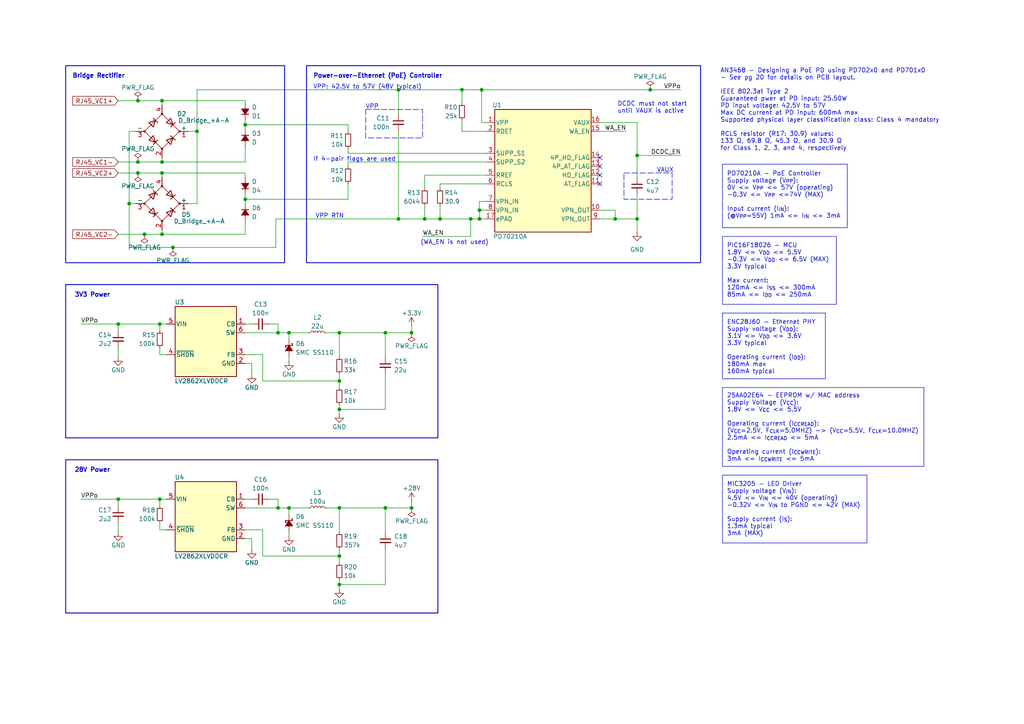
<source format=kicad_sch>
(kicad_sch (version 20230121) (generator eeschema)
  (paper "A4")
  (title_block (title "Photogrammetry Rig - LED Driver") (date "2023-08-02") (rev "0.1.0"))
  (lib_symbols
    (symbol "Device:C_Small" (pin_numbers hide) (pin_names (offset 0.254) hide)
      (property "Reference" "C" (at 0.254 1.778 0))
      (property "Value" "C_Small" (at 0.254 -2.032 0))
      (symbol "C_Small_0_1"
        (polyline (pts (xy -1.524 -0.508) (xy 1.524 -0.508)) (stroke (width 0.3302)))
        (polyline (pts (xy -1.524 0.508) (xy 1.524 0.508)) (stroke (width 0.3048)))
      )
      (symbol "C_Small_1_1"
        (pin passive line (at 0 2.54 270) (length 2.032) (name "~") (number "1"))
        (pin passive line (at 0 -2.54 90) (length 2.032) (name "~") (number "2"))
      )
    )
    (symbol "Device:D_Bridge_+A-A" (pin_names (offset 0))
      (property "Reference" "D" (at 2.54 6.985 0))
      (property "Value" "D_Bridge_+A-A" (at 2.54 5.08 0))
      (symbol "D_Bridge_+A-A_0_1"
        (circle (center -5.08 0) (radius 0.254) (fill (type outline)))
        (circle (center 0 -5.08) (radius 0.254) (fill (type outline)))
        (polyline (pts (xy -2.54 3.81) (xy -1.27 2.54)) (stroke (width 0.254)))
        (polyline (pts (xy -1.27 -2.54) (xy -2.54 -3.81)) (stroke (width 0.254)))
        (polyline (pts (xy 2.54 -1.27) (xy 3.81 -2.54)) (stroke (width 0.254)))
        (polyline (pts (xy 2.54 1.27) (xy 3.81 2.54)) (stroke (width 0.254)))
        (polyline (pts (xy -3.81 2.54) (xy -2.54 1.27) (xy -1.905 3.175) (xy -3.81 2.54)) (stroke (width 0.254)))
        (polyline (pts (xy -2.54 -1.27) (xy -3.81 -2.54) (xy -1.905 -3.175) (xy -2.54 -1.27)) (stroke (width 0.254)))
        (polyline (pts (xy 1.27 2.54) (xy 2.54 3.81) (xy 3.175 1.905) (xy 1.27 2.54)) (stroke (width 0.254)))
        (polyline (pts (xy 3.175 -1.905) (xy 1.27 -2.54) (xy 2.54 -3.81) (xy 3.175 -1.905)) (stroke (width 0.254)))
        (polyline (pts (xy -5.08 0) (xy 0 -5.08) (xy 5.08 0) (xy 0 5.08) (xy -5.08 0)))
        (circle (center 0 5.08) (radius 0.254) (fill (type outline)))
        (circle (center 5.08 0) (radius 0.254) (fill (type outline)))
      )
      (symbol "D_Bridge_+A-A_1_1"
        (pin passive line (at 7.62 0 180) (length 2.54) (name "+") (number "1"))
        (pin passive line (at 0 -7.62 90) (length 2.54) (name "~") (number "2"))
        (pin passive line (at -7.62 0 0) (length 2.54) (name "-") (number "3"))
        (pin passive line (at 0 7.62 270) (length 2.54) (name "~") (number "4"))
      )
    )
    (symbol "Device:D_Schottky_Small_Filled" (pin_numbers hide) (pin_names (offset 0.254) hide)
      (property "Reference" "D" (at -1.27 2.032 0))
      (property "Value" "D_Schottky_Small_Filled" (at -7.112 -2.032 0))
      (symbol "D_Schottky_Small_Filled_0_1"
        (polyline (pts (xy -0.762 0) (xy 0.762 0)))
        (polyline (pts (xy 0.762 -1.016) (xy -0.762 0) (xy 0.762 1.016) (xy 0.762 -1.016)) (stroke (width 0.254)) (fill (type outline)))
        (polyline (pts (xy -1.27 0.762) (xy -1.27 1.016) (xy -0.762 1.016) (xy -0.762 -1.016) (xy -0.254 -1.016) (xy -0.254 -0.762)) (stroke (width 0.254)))
      )
      (symbol "D_Schottky_Small_Filled_1_1"
        (pin passive line (at -2.54 0 0) (length 1.778) (name "K") (number "1"))
        (pin passive line (at 2.54 0 180) (length 1.778) (name "A") (number "2"))
      )
    )
    (symbol "Device:D_Small_Filled" (pin_numbers hide) (pin_names (offset 0.254) hide)
      (property "Reference" "D" (at -1.27 2.032 0))
      (property "Value" "D_Small_Filled" (at -3.81 -2.032 0))
      (symbol "D_Small_Filled_0_1"
        (polyline (pts (xy -0.762 -1.016) (xy -0.762 1.016)) (stroke (width 0.254)))
        (polyline (pts (xy -0.762 0) (xy 0.762 0)))
        (polyline (pts (xy 0.762 -1.016) (xy -0.762 0) (xy 0.762 1.016) (xy 0.762 -1.016)) (stroke (width 0.254)) (fill (type outline)))
      )
      (symbol "D_Small_Filled_1_1"
        (pin passive line (at -2.54 0 0) (length 1.778) (name "K") (number "1"))
        (pin passive line (at 2.54 0 180) (length 1.778) (name "A") (number "2"))
      )
    )
    (symbol "Device:L_Small" (pin_numbers hide) (pin_names (offset 0.254) hide)
      (property "Reference" "L" (at 0.762 1.016 0))
      (property "Value" "L_Small" (at 0.762 -1.016 0))
      (symbol "L_Small_0_1"
        (arc (start 0 -2.032) (mid 0.5058 -1.524) (end 0 -1.016))
        (arc (start 0 -1.016) (mid 0.5058 -0.508) (end 0 0))
        (arc (start 0 0) (mid 0.5058 0.508) (end 0 1.016))
        (arc (start 0 1.016) (mid 0.5058 1.524) (end 0 2.032))
      )
      (symbol "L_Small_1_1"
        (pin passive line (at 0 2.54 270) (length 0.508) (name "~") (number "1"))
        (pin passive line (at 0 -2.54 90) (length 0.508) (name "~") (number "2"))
      )
    )
    (symbol "Device:R_Small" (pin_numbers hide) (pin_names (offset 0.254) hide)
      (property "Reference" "R" (at 0.762 0.508 0))
      (property "Value" "R_Small" (at 0.762 -1.016 0))
      (symbol "R_Small_0_1"
        (rectangle (start -0.762 1.778) (end 0.762 -1.778) (stroke (width 0.2032)))
      )
      (symbol "R_Small_1_1"
        (pin passive line (at 0 2.54 270) (length 0.762) (name "~") (number "1"))
        (pin passive line (at 0 -2.54 90) (length 0.762) (name "~") (number "2"))
      )
    )
    (symbol "Interface_PoE_Microchip_PD70210A:PD70210A" (pin_names (offset 0.254))
      (property "Reference" "U" (at 0 22.86 0))
      (property "Value" "PD70210A" (at 0 20.32 0))
      (symbol "PD70210A_1_1"
        (rectangle (start -13.97 17.78) (end 13.97 -17.78) (stroke (width 0.254)) (fill (type background)))
        (pin power_in line (at -16.51 13.97 0) (length 2.54) (name "VPP") (number "1"))
        (pin power_in line (at 16.51 -11.43 180) (length 2.54) (name "VPN_OUT") (number "10"))
        (pin output line (at 16.51 -3.81 180) (length 2.54) (name "AT_FLAG") (number "11"))
        (pin output line (at 16.51 -1.27 180) (length 2.54) (name "HD_FLAG") (number "12"))
        (pin output line (at 16.51 1.27 180) (length 2.54) (name "4P_AT_FLAG") (number "13"))
        (pin output line (at 16.51 3.81 180) (length 2.54) (name "4P_HD_FLAG") (number "14"))
        (pin input line (at 16.51 11.43 180) (length 2.54) (name "WA_EN") (number "15"))
        (pin power_in line (at 16.51 13.97 180) (length 2.54) (name "VAUX") (number "16"))
        (pin power_in line (at -16.51 -13.97 0) (length 2.54) (name "ePAD") (number "17"))
        (pin unspecified line (at -16.51 11.43 0) (length 2.54) (name "RDET") (number "2"))
        (pin input line (at -16.51 5.08 0) (length 2.54) (name "SUPP_S1") (number "3"))
        (pin input line (at -16.51 2.54 0) (length 2.54) (name "SUPP_S2") (number "4"))
        (pin unspecified line (at -16.51 -1.27 0) (length 2.54) (name "RREF") (number "5"))
        (pin unspecified line (at -16.51 -3.81 0) (length 2.54) (name "RCLS") (number "6"))
        (pin power_in line (at -16.51 -8.89 0) (length 2.54) (name "VPN_IN") (number "7"))
        (pin power_in line (at -16.51 -11.43 0) (length 2.54) (name "VPN_IN") (number "8"))
        (pin power_in line (at 16.51 -13.97 180) (length 2.54) (name "VPN_OUT") (number "9"))
      )
    )
    (symbol "Regulator_Voltage_TI_LV2862XLVDDCR:LV2862XLVDDCR" (pin_names (offset 0.254))
      (property "Reference" "U" (at 0 13.97 0))
      (property "Value" "LV2862XLVDDCR" (at 0 11.43 0))
      (symbol "LV2862XLVDDCR_1_1"
        (rectangle (start -8.89 10.16) (end 8.89 -10.16) (stroke (width 0.254)) (fill (type background)))
        (pin unspecified line (at 11.43 5.08 180) (length 2.54) (name "CB") (number "1"))
        (pin power_in line (at 11.43 -6.35 180) (length 2.54) (name "GND") (number "2"))
        (pin unspecified line (at 11.43 -3.81 180) (length 2.54) (name "FB") (number "3"))
        (pin input line (at -11.43 -3.81 0) (length 2.54) (name "~{SHDN}") (number "4"))
        (pin power_in line (at -11.43 5.08 0) (length 2.54) (name "VIN") (number "5"))
        (pin unspecified line (at 11.43 2.54 180) (length 2.54) (name "SW") (number "6"))
      )
    )
    (symbol "power:+28V" (power) (pin_names (offset 0))
      (property "Value" "+28V" (at 0 3.81 0))
      (symbol "+28V_0_1"
        (polyline (pts (xy -0.762 1.27) (xy 0 2.54)))
        (polyline (pts (xy 0 0) (xy 0 2.54)))
        (polyline (pts (xy 0 2.54) (xy 0.762 1.27)))
      )
      (symbol "+28V_1_1"
        (pin power_in line (at 0 0 90) (length 0) hide (name "+28V") (number "1"))
      )
    )
    (symbol "power:+3.3V" (power) (pin_names (offset 0))
      (property "Value" "+3.3V" (at 0 3.556 0))
      (symbol "+3.3V_0_1"
        (polyline (pts (xy -0.762 1.27) (xy 0 2.54)))
        (polyline (pts (xy 0 0) (xy 0 2.54)))
        (polyline (pts (xy 0 2.54) (xy 0.762 1.27)))
      )
      (symbol "+3.3V_1_1"
        (pin power_in line (at 0 0 90) (length 0) hide (name "+3.3V") (number "1"))
      )
    )
    (symbol "power:GND" (power) (pin_names (offset 0))
      (property "Value" "GND" (at 0 -3.81 0))
      (symbol "GND_0_1"
        (polyline (pts (xy 0 0) (xy 0 -1.27) (xy 1.27 -1.27) (xy 0 -2.54) (xy -1.27 -1.27) (xy 0 -1.27)))
      )
      (symbol "GND_1_1"
        (pin power_in line (at 0 0 270) (length 0) hide (name "GND") (number "1"))
      )
    )
    (symbol "power:PWR_FLAG" (power) (pin_numbers hide) (pin_names (offset 0) hide)
      (property "Value" "PWR_FLAG" (at 0 3.81 0))
      (symbol "PWR_FLAG_0_0"
        (pin power_out line (at 0 0 90) (length 0) (name "pwr") (number "1"))
      )
      (symbol "PWR_FLAG_0_1"
        (polyline (pts (xy 0 0) (xy 0 1.27) (xy -1.016 1.905) (xy 0 2.54) (xy 1.016 1.905) (xy 0 1.27)))
      )
    )
  )
  (junction (at 98.425 147.32))
  (junction (at 46.355 93.98))
  (junction (at 188.595 26.035))
  (junction (at 57.15 38.1))
  (junction (at 139.7 26.035))
  (junction (at 98.425 169.545))
  (junction (at 46.99 50.165))
  (junction (at 115.57 26.035))
  (junction (at 46.99 29.21))
  (junction (at 178.435 63.5))
  (junction (at 111.76 96.52))
  (junction (at 139.065 63.5))
  (junction (at 83.82 96.52))
  (junction (at 80.645 147.32))
  (junction (at 98.425 161.29))
  (junction (at 37.465 59.055))
  (junction (at 98.425 96.52))
  (junction (at 98.425 110.49))
  (junction (at 40.005 29.21))
  (junction (at 184.785 63.5))
  (junction (at 127.635 63.5))
  (junction (at 139.065 60.96))
  (junction (at 83.82 147.32))
  (junction (at 119.38 96.52))
  (junction (at 34.29 144.78))
  (junction (at 98.425 118.745))
  (junction (at 136.525 63.5))
  (junction (at 46.355 144.78))
  (junction (at 34.29 93.98))
  (junction (at 115.57 63.5))
  (junction (at 71.12 57.785))
  (junction (at 71.12 36.195))
  (junction (at 41.91 67.945))
  (junction (at 123.19 63.5))
  (junction (at 50.165 71.755))
  (junction (at 111.76 147.32))
  (junction (at 46.99 67.945))
  (junction (at 184.785 45.085))
  (junction (at 40.005 46.99))
  (junction (at 80.645 96.52))
  (junction (at 40.005 50.165))
  (junction (at 119.38 147.32))
  (junction (at 133.985 26.035))
  (junction (at 46.99 46.99))
  (no_connect (at 173.99 53.34))
  (no_connect (at 173.99 50.8))
  (no_connect (at 173.99 48.26))
  (no_connect (at 173.99 45.72))
  (wire (pts (xy 46.355 100.965) (xy 46.355 102.87)))
  (wire (pts (xy 111.76 169.545) (xy 98.425 169.545)))
  (wire (pts (xy 37.465 59.055) (xy 39.37 59.055)))
  (wire (pts (xy 83.82 147.32) (xy 83.82 149.225)))
  (wire (pts (xy 127.635 54.61) (xy 127.635 53.34)))
  (wire (pts (xy 34.29 100.965) (xy 34.29 103.505)))
  (wire (pts (xy 119.38 147.32) (xy 111.76 147.32)))
  (wire (pts (xy 57.15 26.035) (xy 115.57 26.035)))
  (wire (pts (xy 71.12 64.135) (xy 71.12 67.945)))
  (wire (pts (xy 71.12 51.435) (xy 71.12 50.165)))
  (wire (pts (xy 123.19 50.8) (xy 140.97 50.8)))
  (wire (pts (xy 37.465 38.1) (xy 37.465 59.055)))
  (wire (pts (xy 119.38 145.415) (xy 119.38 147.32)))
  (wire (pts (xy 46.99 67.945) (xy 71.12 67.945)))
  (wire (pts (xy 133.985 38.1) (xy 140.97 38.1)))
  (wire (pts (xy 111.76 108.585) (xy 111.76 118.745)))
  (wire (pts (xy 78.105 144.78) (xy 80.645 144.78)))
  (wire (pts (xy 71.12 57.785) (xy 100.965 57.785)))
  (wire (pts (xy 127.635 59.69) (xy 127.635 63.5)))
  (wire (pts (xy 98.425 103.505) (xy 98.425 96.52)))
  (wire (pts (xy 76.2 102.87) (xy 76.2 110.49)))
  (wire (pts (xy 123.19 59.69) (xy 123.19 63.5)))
  (wire (pts (xy 46.99 50.165) (xy 71.12 50.165)))
  (wire (pts (xy 139.065 58.42) (xy 139.065 60.96)))
  (wire (pts (xy 76.2 102.87) (xy 71.12 102.87)))
  (wire (pts (xy 133.985 26.035) (xy 133.985 29.845)))
  (wire (pts (xy 133.985 34.925) (xy 133.985 38.1)))
  (wire (pts (xy 71.12 144.78) (xy 73.025 144.78)))
  (wire (pts (xy 78.105 93.98) (xy 80.645 93.98)))
  (wire (pts (xy 184.785 45.085) (xy 197.485 45.085)))
  (wire (pts (xy 98.425 154.305) (xy 98.425 147.32)))
  (wire (pts (xy 40.005 46.99) (xy 46.99 46.99)))
  (wire (pts (xy 80.01 63.5) (xy 115.57 63.5)))
  (wire (pts (xy 50.165 71.755) (xy 80.01 71.755)))
  (wire (pts (xy 184.785 56.515) (xy 184.785 63.5)))
  (wire (pts (xy 71.12 37.465) (xy 71.12 36.195)))
  (wire (pts (xy 76.2 110.49) (xy 98.425 110.49)))
  (wire (pts (xy 83.82 96.52) (xy 89.535 96.52)))
  (wire (pts (xy 34.29 151.765) (xy 34.29 154.305)))
  (wire (pts (xy 184.785 67.31) (xy 184.785 63.5)))
  (wire (pts (xy 46.99 30.48) (xy 46.99 29.21)))
  (wire (pts (xy 57.15 26.035) (xy 57.15 38.1)))
  (wire (pts (xy 46.99 66.675) (xy 46.99 67.945)))
  (wire (pts (xy 73.025 108.585) (xy 73.025 105.41)))
  (wire (pts (xy 46.355 144.78) (xy 48.26 144.78)))
  (wire (pts (xy 23.495 144.78) (xy 34.29 144.78)))
  (wire (pts (xy 46.355 151.765) (xy 46.355 153.67)))
  (wire (pts (xy 37.465 71.755) (xy 37.465 59.055)))
  (wire (pts (xy 71.12 34.925) (xy 71.12 36.195)))
  (wire (pts (xy 115.57 26.035) (xy 115.57 33.02)))
  (wire (pts (xy 76.2 153.67) (xy 71.12 153.67)))
  (wire (pts (xy 46.355 144.78) (xy 46.355 146.685)))
  (wire (pts (xy 73.025 159.385) (xy 73.025 156.21)))
  (wire (pts (xy 100.965 46.99) (xy 140.97 46.99)))
  (wire (pts (xy 100.965 44.45) (xy 140.97 44.45)))
  (wire (pts (xy 127.635 63.5) (xy 136.525 63.5)))
  (wire (pts (xy 173.99 63.5) (xy 178.435 63.5)))
  (wire (pts (xy 98.425 159.385) (xy 98.425 161.29)))
  (wire (pts (xy 40.005 29.21) (xy 46.99 29.21)))
  (wire (pts (xy 46.99 50.165) (xy 46.99 51.435)))
  (wire (pts (xy 34.29 93.98) (xy 34.29 95.885)))
  (wire (pts (xy 71.12 36.195) (xy 100.965 36.195)))
  (wire (pts (xy 34.29 46.99) (xy 40.005 46.99)))
  (wire (pts (xy 173.99 38.1) (xy 181.61 38.1)))
  (wire (pts (xy 98.425 169.545) (xy 98.425 170.815)))
  (wire (pts (xy 115.57 63.5) (xy 123.19 63.5)))
  (wire (pts (xy 80.645 96.52) (xy 83.82 96.52)))
  (wire (pts (xy 184.785 35.56) (xy 173.99 35.56)))
  (wire (pts (xy 83.82 154.305) (xy 83.82 155.575)))
  (wire (pts (xy 98.425 168.275) (xy 98.425 169.545)))
  (wire (pts (xy 40.005 50.165) (xy 46.99 50.165)))
  (wire (pts (xy 71.12 56.515) (xy 71.12 57.785)))
  (wire (pts (xy 98.425 118.745) (xy 98.425 120.015)))
  (wire (pts (xy 98.425 147.32) (xy 94.615 147.32)))
  (wire (pts (xy 178.435 63.5) (xy 184.785 63.5)))
  (wire (pts (xy 46.99 46.99) (xy 71.12 46.99)))
  (wire (pts (xy 98.425 108.585) (xy 98.425 110.49)))
  (wire (pts (xy 184.785 45.085) (xy 184.785 51.435)))
  (wire (pts (xy 119.38 96.52) (xy 111.76 96.52)))
  (wire (pts (xy 178.435 63.5) (xy 178.435 60.96)))
  (wire (pts (xy 46.355 93.98) (xy 46.355 95.885)))
  (wire (pts (xy 136.525 68.58) (xy 136.525 63.5)))
  (wire (pts (xy 178.435 60.96) (xy 173.99 60.96)))
  (wire (pts (xy 111.76 154.305) (xy 111.76 147.32)))
  (wire (pts (xy 80.645 147.32) (xy 83.82 147.32)))
  (wire (pts (xy 100.965 43.18) (xy 100.965 44.45)))
  (wire (pts (xy 57.15 38.1) (xy 57.15 59.055)))
  (wire (pts (xy 127.635 53.34) (xy 140.97 53.34)))
  (wire (pts (xy 23.495 93.98) (xy 34.29 93.98)))
  (wire (pts (xy 34.29 29.21) (xy 40.005 29.21)))
  (wire (pts (xy 34.29 144.78) (xy 34.29 146.685)))
  (wire (pts (xy 46.355 93.98) (xy 48.26 93.98)))
  (wire (pts (xy 123.19 63.5) (xy 127.635 63.5)))
  (wire (pts (xy 98.425 117.475) (xy 98.425 118.745)))
  (wire (pts (xy 73.025 156.21) (xy 71.12 156.21)))
  (wire (pts (xy 54.61 59.055) (xy 57.15 59.055)))
  (wire (pts (xy 140.97 58.42) (xy 139.065 58.42)))
  (wire (pts (xy 39.37 38.1) (xy 37.465 38.1)))
  (wire (pts (xy 98.425 161.29) (xy 98.425 163.195)))
  (wire (pts (xy 76.2 153.67) (xy 76.2 161.29)))
  (wire (pts (xy 111.76 103.505) (xy 111.76 96.52)))
  (wire (pts (xy 80.645 93.98) (xy 80.645 96.52)))
  (wire (pts (xy 122.555 68.58) (xy 136.525 68.58)))
  (wire (pts (xy 111.76 118.745) (xy 98.425 118.745)))
  (wire (pts (xy 34.29 50.165) (xy 40.005 50.165)))
  (wire (pts (xy 83.82 147.32) (xy 89.535 147.32)))
  (wire (pts (xy 83.82 96.52) (xy 83.82 98.425)))
  (wire (pts (xy 139.7 26.035) (xy 188.595 26.035)))
  (wire (pts (xy 80.645 144.78) (xy 80.645 147.32)))
  (wire (pts (xy 71.12 96.52) (xy 80.645 96.52)))
  (wire (pts (xy 46.355 102.87) (xy 48.26 102.87)))
  (wire (pts (xy 115.57 38.1) (xy 115.57 63.5)))
  (wire (pts (xy 100.965 36.195) (xy 100.965 38.1)))
  (wire (pts (xy 76.2 161.29) (xy 98.425 161.29)))
  (wire (pts (xy 111.76 159.385) (xy 111.76 169.545)))
  (wire (pts (xy 123.19 54.61) (xy 123.19 50.8)))
  (wire (pts (xy 98.425 110.49) (xy 98.425 112.395)))
  (wire (pts (xy 100.965 57.785) (xy 100.965 53.34)))
  (wire (pts (xy 73.025 105.41) (xy 71.12 105.41)))
  (wire (pts (xy 71.12 147.32) (xy 80.645 147.32)))
  (wire (pts (xy 139.7 26.035) (xy 139.7 35.56)))
  (wire (pts (xy 34.29 67.945) (xy 41.91 67.945)))
  (wire (pts (xy 83.82 103.505) (xy 83.82 104.775)))
  (wire (pts (xy 34.29 93.98) (xy 46.355 93.98)))
  (wire (pts (xy 139.065 63.5) (xy 140.97 63.5)))
  (wire (pts (xy 71.12 29.845) (xy 71.12 29.21)))
  (wire (pts (xy 46.99 29.21) (xy 71.12 29.21)))
  (wire (pts (xy 34.29 144.78) (xy 46.355 144.78)))
  (wire (pts (xy 57.15 38.1) (xy 54.61 38.1)))
  (wire (pts (xy 115.57 26.035) (xy 133.985 26.035)))
  (wire (pts (xy 46.355 153.67) (xy 48.26 153.67)))
  (wire (pts (xy 41.91 67.945) (xy 46.99 67.945)))
  (wire (pts (xy 119.38 94.615) (xy 119.38 96.52)))
  (wire (pts (xy 98.425 96.52) (xy 111.76 96.52)))
  (wire (pts (xy 80.01 71.755) (xy 80.01 63.5)))
  (wire (pts (xy 139.065 60.96) (xy 139.065 63.5)))
  (wire (pts (xy 37.465 71.755) (xy 50.165 71.755)))
  (wire (pts (xy 136.525 63.5) (xy 139.065 63.5)))
  (wire (pts (xy 100.965 48.26) (xy 100.965 46.99)))
  (wire (pts (xy 71.12 57.785) (xy 71.12 59.055)))
  (wire (pts (xy 111.76 147.32) (xy 98.425 147.32)))
  (wire (pts (xy 139.065 60.96) (xy 140.97 60.96)))
  (wire (pts (xy 46.99 45.72) (xy 46.99 46.99)))
  (wire (pts (xy 98.425 96.52) (xy 94.615 96.52)))
  (wire (pts (xy 188.595 26.035) (xy 197.485 26.035)))
  (wire (pts (xy 71.12 93.98) (xy 73.025 93.98)))
  (wire (pts (xy 71.12 42.545) (xy 71.12 46.99)))
  (wire (pts (xy 139.7 35.56) (xy 140.97 35.56)))
  (wire (pts (xy 184.785 45.085) (xy 184.785 35.56)))
  (wire (pts (xy 133.985 26.035) (xy 139.7 26.035)))
  (rectangle (start 19.05 19.05) (end 82.55 76.2) (stroke (width 0.254)))
  (rectangle (start 209.55 137.795) (end 251.46 157.48))
  (rectangle (start 106.045 31.75) (end 122.555 40.005) (stroke (width 0) (type dash)))
  (rectangle (start 180.975 50.165) (end 194.945 57.785) (stroke (width 0) (type dash)))
  (rectangle (start 209.55 112.395) (end 267.97 135.255))
  (rectangle (start 19.05 82.55) (end 127 127) (stroke (width 0.254)))
  (rectangle (start 209.55 47.625) (end 245.745 66.04))
  (rectangle (start 19.05 133.35) (end 127 177.8) (stroke (width 0.254)))
  (rectangle (start 209.55 90.805) (end 239.395 109.855))
  (rectangle (start 209.55 68.58) (end 242.57 88.265))
  (rectangle (start 88.9 19.05) (end 203.2 76.2) (stroke (width 0.254)))
  (text "PD70210A - PoE Controller\nSupply voltage (V_{PP}):\n0V <= V_{PP} <= 57V (operating)\n-0.3V <= V_{PP} <=74V (MAX)\n\nInput current (I_{IN}):\n(@V_{PP}=55V) 1mA <= I_{IN} <= 3mA" (at 210.82 63.5 0) (effects (font (size 1.27 1.27)) (justify left bottom)))
  (text "28V Power" (at 21.59 137.16 0) (effects (font (size 1.27 1.27) (thickness 0.254) bold) (justify left bottom)))
  (text "AN3468 - Designing a PoE PD using PD702x0 and PD701x0\n- See pg 20 for details on PCB layout.\n\nIEEE 802.3at Type 2\nGuaranteed pwer at PD input: 25.50W\nPD input voltage: 42.5V to 57V\nMax DC current at PD input: 600mA max\nSupported physical layer classification class: Class 4 mandatory\n\nRCLS resistor (R17: ${767cd28d-739f-4f67-9bf1-3f1f92823cb1:VALUE}) values:\n133 Ω, 69.8 Ω, 45.3 Ω, and 30.9 Ω\nfor Class 1, 2, 3, and 4, respectively" (at 208.915 43.815 0) (effects (font (size 1.27 1.27)) (justify left bottom)))
  (text "If 4-pair flags are used" (at 90.805 46.99 0) (effects (font (size 1.27 1.27)) (justify left bottom)))
  (text "MIC3205 - LED Driver\nSupply voltage (V_{IN}):\n4.5V <= V_{IN} <= 40V (operating)\n-0.32V <= V_{IN} to PGND <= 42V (MAX)\n\nSupply current (I_{S}):\n1.3mA typical\n3mA (MAX)" (at 210.82 155.575 0) (effects (font (size 1.27 1.27)) (justify left bottom)))
  (text "VPP RTN" (at 91.44 63.5 0) (effects (font (size 1.27 1.27)) (justify left bottom)))
  (text "ENC28J60 - Ethernet PHY\nSupply voltage (V_{DD}):\n3.1V <= V_{DD} <= 3.6V\n3.3V typical\n\nOperating current (I_{DD}):\n180mA max\n160mA typical" (at 210.82 108.585 0) (effects (font (size 1.27 1.27)) (justify left bottom)))
  (text "Power-over-Ethernet (PoE) Controller" (at 90.805 22.86 0) (effects (font (size 1.27 1.27) (thickness 0.254) bold) (justify left bottom)))
  (text "VPP: 42.5V to 57V (48V typical)" (at 90.805 26.035 0) (effects (font (size 1.27 1.27)) (justify left bottom)))
  (text "DCDC must not start\nuntil VAUX is active" (at 179.07 33.02 0) (effects (font (size 1.27 1.27)) (justify left bottom)))
  (text "VAUX" (at 190.5 50.165 0) (effects (font (size 1.27 1.27)) (justify left bottom)))
  (text "25AA02E64 - EEPROM w/ MAC address\nSupply Voltage (V_{CC}):\n1.8V <= V_{CC} <= 5.5V\n\nOperating current (I_{CCREAD}):\n(V_{CC}=2.5V, F_{CLK}=5.0MHZ) -> (V_{CC}=5.5V, F_{CLK}=10.0MHZ)\n2.5mA <= I_{CCREAD} <= 5mA \n\nOperating current (I_{CCWRITE}):\n3mA <= I_{CCWRITE} <= 5mA" (at 210.82 133.985 0) (effects (font (size 1.27 1.27)) (justify left bottom)))
  (text "PIC16F18026 - MCU\n1.8V <= V_{DD} <= 5.5V\n-0.3V <= V_{DD} <= 6.5V (MAX)\n3.3V typical\n\nMax current:\n120mA <= I_{SS} <= 300mA\n85mA <= I_{DD} <= 250mA" (at 210.82 86.36 0) (effects (font (size 1.27 1.27)) (justify left bottom)))
  (text "VPP" (at 106.045 31.75 0) (effects (font (size 1.27 1.27)) (justify left bottom)))
  (text "Bridge Rectifier" (at 20.955 22.86 0) (effects (font (size 1.27 1.27) (thickness 0.254) bold) (justify left bottom)))
  (text "3V3 Power" (at 21.59 86.36 0) (effects (font (size 1.27 1.27) (thickness 0.254) bold) (justify left bottom)))
  (text "(WA_EN is not used)" (at 121.92 71.12 0) (effects (font (size 1.27 1.27)) (justify left bottom)))
  (label "VPPo" (at 23.495 144.78 0))
  (label "DCDC_EN" (at 197.485 45.085 180))
  (label "WA_EN" (at 122.555 68.58 0))
  (label "VPPo" (at 197.485 26.035 180))
  (label "WA_EN" (at 181.61 38.1 180))
  (label "VPPo" (at 23.495 93.98 0))
  (global_label "RJ45_VC1+" (shape input) (at 34.29 29.21 180) (property "Intersheetrefs" "${INTERSHEET_REFS}" (effects hide)))
  (global_label "RJ45_VC1-" (shape input) (at 34.29 46.99 180) (property "Intersheetrefs" "${INTERSHEET_REFS}" (effects hide)))
  (global_label "RJ45_VC2-" (shape input) (at 34.29 67.945 180) (property "Intersheetrefs" "${INTERSHEET_REFS}" (effects hide)))
  (global_label "RJ45_VC2+" (shape input) (at 34.29 50.165 180) (property "Intersheetrefs" "${INTERSHEET_REFS}" (effects hide)))
  (symbol (lib_id "Device:D_Small_Filled") (at 71.12 53.975 270) (mirror x) (unit 1)
    (property "Reference" "D4" (at 73.025 55.245 90) (effects (justify left)))
    (property "Value" "D" (at 73.025 52.705 90) (effects (justify left)))
    (property "Footprint" "Diode_SMD:D_SMA_Handsoldering" (effects hide))
    (property "Sim.Device" "D" (effects hide))
    (property "Sim.Pins" "1=K 2=A" (effects hide))
  )
  (symbol (lib_id "Device:R_Small") (at 100.965 50.8 0) (mirror x) (unit 1)
    (property "Reference" "R12" (at 99.695 49.53 0) (effects (justify right)))
    (property "Value" "10k" (at 99.695 52.07 0) (effects (justify right)))
    (property "Footprint" "Resistor_SMD:R_0402_1005Metric" (effects hide))
  )
  (symbol (lib_id "Interface_PoE_Microchip_PD70210A:PD70210A") (at 157.48 49.53 0) (unit 1)
    (property "Reference" "U1" (at 144.145 30.48 0))
    (property "Value" "PD70210A" (at 147.955 68.58 0))
    (property "Footprint" "KM-Package_DFN_QFN:DFN-16_5X4_MCH-Interface_PoE_Microchip_PD70210A" (effects hide))
    (property "Datasheet" "https://ww1.microchip.com/downloads/aemDocuments/documents/POE/ProductDocuments/DataSheets/PD70210-A-AL_Front-End_PD_Interface_Controller_Datasheet_DS00003695B.pdf" (effects hide))
    (instances (project "LED-driver-kicad" (path "" (reference "U1") (unit 1)) (path "" (reference "U2") (unit 1))))
  )
  (symbol (lib_id "power:GND") (at 98.425 170.815 0) (unit 1)
    (property "Reference" "#PWR027" (effects hide))
    (property "Value" "GND" (at 98.425 174.625 0))
  )
  (symbol (lib_id "power:PWR_FLAG") (at 41.91 67.945 180) (unit 1)
    (property "Reference" "#FLG04" (effects hide))
    (property "Value" "PWR_FLAG" (at 41.91 71.755 0))
  )
  (symbol (lib_id "Device:R_Small") (at 98.425 165.735 0) (unit 1)
    (property "Reference" "R20" (at 99.695 164.465 0) (effects (justify left)))
    (property "Value" "10k" (at 99.695 167.005 0) (effects (justify left)))
    (property "Footprint" "Resistor_SMD:R_0402_1005Metric" (effects hide))
  )
  (symbol (lib_id "power:PWR_FLAG") (at 40.005 29.21 0) (unit 1)
    (property "Reference" "#FLG01" (effects hide))
    (property "Value" "PWR_FLAG" (at 40.005 25.4 0))
  )
  (symbol (lib_id "Device:D_Small_Filled") (at 71.12 61.595 270) (unit 1)
    (property "Reference" "D6" (at 73.025 60.325 90) (effects (justify left)))
    (property "Value" "D" (at 73.025 62.865 90) (effects (justify left)))
    (property "Footprint" "Diode_SMD:D_SMA_Handsoldering" (effects hide))
    (property "Sim.Device" "D" (effects hide))
    (property "Sim.Pins" "1=K 2=A" (effects hide))
  )
  (symbol (lib_id "power:PWR_FLAG") (at 40.005 46.99 0) (unit 1)
    (property "Reference" "#FLG02" (effects hide))
    (property "Value" "PWR_FLAG" (at 40.005 43.18 0))
  )
  (symbol (lib_id "power:PWR_FLAG") (at 188.595 26.035 0) (unit 1)
    (property "Reference" "#FLG06" (effects hide))
    (property "Value" "PWR_FLAG" (at 188.595 22.225 0))
  )
  (symbol (lib_id "Device:R_Small") (at 98.425 114.935 0) (unit 1)
    (property "Reference" "R17" (at 99.695 113.665 0) (effects (justify left)))
    (property "Value" "10k" (at 99.695 116.205 0) (effects (justify left)))
    (property "Footprint" "Resistor_SMD:R_0402_1005Metric" (effects hide))
  )
  (symbol (lib_id "Device:D_Small_Filled") (at 71.12 32.385 270) (mirror x) (unit 1)
    (property "Reference" "D1" (at 73.025 33.655 90) (effects (justify left)))
    (property "Value" "D" (at 73.025 31.115 90) (effects (justify left)))
    (property "Footprint" "Diode_SMD:D_SMA_Handsoldering" (effects hide))
    (property "Sim.Device" "D" (effects hide))
    (property "Sim.Pins" "1=K 2=A" (effects hide))
  )
  (symbol (lib_id "power:GND") (at 34.29 103.505 0) (unit 1)
    (property "Reference" "#PWR019" (effects hide))
    (property "Value" "GND" (at 34.29 107.315 0))
  )
  (symbol (lib_id "Device:C_Small") (at 111.76 106.045 0) (unit 1)
    (property "Reference" "C15" (at 114.3 104.7813 0) (effects (justify left)))
    (property "Value" "22u" (at 114.3 107.3213 0) (effects (justify left)))
    (property "Footprint" "Capacitor_SMD:C_0805_2012Metric" (effects hide))
  )
  (symbol (lib_id "power:+3.3V") (at 119.38 94.615 0) (unit 1)
    (property "Reference" "#PWR018" (effects hide))
    (property "Value" "+3.3V" (at 119.38 90.805 0))
  )
  (symbol (lib_id "Device:R_Small") (at 98.425 106.045 0) (unit 1)
    (property "Reference" "R16" (at 99.695 104.775 0) (effects (justify left)))
    (property "Value" "33k" (at 99.695 107.315 0) (effects (justify left)))
    (property "Footprint" "Resistor_SMD:R_0402_1005Metric" (effects hide))
  )
  (symbol (lib_id "Device:C_Small") (at 34.29 149.225 0) (unit 1)
    (property "Reference" "C17" (at 32.385 147.955 0) (effects (justify right)))
    (property "Value" "2u2" (at 32.385 150.495 0) (effects (justify right)))
    (property "Footprint" "Capacitor_SMD:C_1206_3216Metric" (effects hide))
  )
  (symbol (lib_id "Device:L_Small") (at 92.075 147.32 90) (unit 1)
    (property "Reference" "L3" (at 92.075 142.875 90))
    (property "Value" "100u" (at 92.075 145.415 90))
    (property "Footprint" "KM-Inductor_SMD:L_TDK_VLS4015CX-6R8M-H" (effects hide))
  )
  (symbol (lib_id "Device:R_Small") (at 133.985 32.385 0) (mirror y) (unit 1)
    (property "Reference" "R10" (at 132.715 31.115 0) (effects (justify left)))
    (property "Value" "25k" (at 132.715 33.655 0) (effects (justify left)))
    (property "Footprint" "Resistor_SMD:R_0402_1005Metric" (effects hide))
  )
  (symbol (lib_id "Device:R_Small") (at 46.355 98.425 0) (mirror y) (unit 1)
    (property "Reference" "R15" (at 45.085 97.155 0) (effects (justify left)))
    (property "Value" "100k" (at 45.085 99.695 0) (effects (justify left)))
    (property "Footprint" "Resistor_SMD:R_0402_1005Metric" (effects hide))
  )
  (symbol (lib_id "power:GND") (at 73.025 159.385 0) (unit 1)
    (property "Reference" "#PWR026" (effects hide))
    (property "Value" "GND" (at 73.025 163.195 0))
  )
  (symbol (lib_id "Device:D_Bridge_+A-A") (at 46.99 38.1 0) (unit 1)
    (property "Reference" "D2" (at 52.705 33.02 0))
    (property "Value" "D_Bridge_+A-A" (at 59.055 34.925 0))
    (property "Footprint" "KM-Diode_SMD:D_TO-269AA_4-BESOP_Diodes_MB10S-13" (effects hide))
  )
  (symbol (lib_id "power:GND") (at 34.29 154.305 0) (unit 1)
    (property "Reference" "#PWR024" (effects hide))
    (property "Value" "GND" (at 34.29 158.115 0))
  )
  (symbol (lib_id "Device:D_Bridge_+A-A") (at 46.99 59.055 0) (unit 1)
    (property "Reference" "D5" (at 53.975 62.23 0))
    (property "Value" "D_Bridge_+A-A" (at 57.785 64.135 0))
    (property "Footprint" "KM-Diode_SMD:D_TO-269AA_4-BESOP_Diodes_MB10S-13" (effects hide))
  )
  (symbol (lib_id "Device:R_Small") (at 127.635 57.15 0) (unit 1)
    (property "Reference" "R14" (at 128.905 55.88 0) (effects (justify left)))
    (property "Value" "30.9" (at 128.905 58.42 0) (effects (justify left)))
    (property "Footprint" "Resistor_SMD:R_0402_1005Metric" (effects hide))
  )
  (symbol (lib_id "power:GND") (at 73.025 108.585 0) (unit 1)
    (property "Reference" "#PWR021" (effects hide))
    (property "Value" "GND" (at 73.025 112.395 0))
  )
  (symbol (lib_id "Device:R_Small") (at 46.355 149.225 0) (mirror y) (unit 1)
    (property "Reference" "R18" (at 45.085 147.955 0) (effects (justify left)))
    (property "Value" "100k" (at 45.085 150.495 0) (effects (justify left)))
    (property "Footprint" "Resistor_SMD:R_0402_1005Metric" (effects hide))
  )
  (symbol (lib_id "Device:C_Small") (at 75.565 93.98 90) (unit 1)
    (property "Reference" "C13" (at 75.565 88.265 90))
    (property "Value" "100n" (at 75.565 90.805 90))
    (property "Footprint" "Capacitor_SMD:C_0402_1005Metric" (effects hide))
  )
  (symbol (lib_id "Device:D_Small_Filled") (at 71.12 40.005 270) (unit 1)
    (property "Reference" "D3" (at 73.025 38.735 90) (effects (justify left)))
    (property "Value" "D" (at 73.025 41.275 90) (effects (justify left)))
    (property "Footprint" "Diode_SMD:D_SMA_Handsoldering" (effects hide))
    (property "Sim.Device" "D" (effects hide))
    (property "Sim.Pins" "1=K 2=A" (effects hide))
  )
  (symbol (lib_id "Device:C_Small") (at 115.57 35.56 0) (mirror y) (unit 1)
    (property "Reference" "C11" (at 113.03 34.2963 0) (effects (justify left)))
    (property "Value" "100n" (at 113.03 36.8363 0) (effects (justify left)))
    (property "Footprint" "Capacitor_SMD:C_0402_1005Metric" (effects hide))
  )
  (symbol (lib_id "Regulator_Voltage_TI_LV2862XLVDDCR:LV2862XLVDDCR") (at 59.69 99.06 0) (unit 1)
    (property "Reference" "U3" (at 52.07 87.63 0))
    (property "Value" "LV2862XLVDDCR" (at 58.42 110.49 0))
    (property "Footprint" "KM-Package_SOT_SMD:SOT-23-Thin-6_DDC0006A-MFG_Regulator_Voltage_TI_LV2862XLVDDCR" (effects hide))
    (property "Datasheet" "https://www.ti.com/lit/ds/symlink/lv2862.pdf?HQS=dis-mous-null-mousermode-dsf-pf-null-wwe&ts=1690829064870&ref_url=https%253A%252F%252Fwww.mouser.de%252F" (effects hide))
  )
  (symbol (lib_id "Device:C_Small") (at 111.76 156.845 0) (unit 1)
    (property "Reference" "C18" (at 114.3 155.5813 0) (effects (justify left)))
    (property "Value" "4u7" (at 114.3 158.1213 0) (effects (justify left)))
    (property "Footprint" "Capacitor_SMD:C_0805_2012Metric" (effects hide))
  )
  (symbol (lib_id "Device:D_Schottky_Small_Filled") (at 83.82 100.965 270) (unit 1)
    (property "Reference" "D6" (at 85.725 99.695 90) (effects (justify left)))
    (property "Value" "SMC SS110" (at 85.725 102.235 90) (effects (justify left)))
    (property "Footprint" "Diode_SMD:D_SMA" (effects hide))
    (instances (project "LED-driver-kicad" (path "" (reference "D6") (unit 1)) (path "" (reference "D7") (unit 1))))
  )
  (symbol (lib_id "power:+28V") (at 119.38 145.415 0) (unit 1)
    (property "Reference" "#PWR03" (effects hide))
    (property "Value" "+28V" (at 119.38 141.605 0))
    (instances (project "LED-driver-kicad" (path "" (reference "#PWR03") (unit 1)) (path "" (reference "#PWR023") (unit 1))))
  )
  (symbol (lib_id "power:GND") (at 83.82 104.775 0) (unit 1)
    (property "Reference" "#PWR020" (effects hide))
    (property "Value" "GND" (at 83.82 108.585 0))
  )
  (symbol (lib_id "Regulator_Voltage_TI_LV2862XLVDDCR:LV2862XLVDDCR") (at 59.69 149.86 0) (unit 1)
    (property "Reference" "U4" (at 52.07 138.43 0))
    (property "Value" "LV2862XLVDDCR" (at 58.42 161.29 0))
    (property "Footprint" "KM-Package_SOT_SMD:SOT-23-Thin-6_DDC0006A-MFG_Regulator_Voltage_TI_LV2862XLVDDCR" (effects hide))
    (property "Datasheet" "https://www.ti.com/lit/ds/symlink/lv2862.pdf?HQS=dis-mous-null-mousermode-dsf-pf-null-wwe&ts=1690829064870&ref_url=https%253A%252F%252Fwww.mouser.de%252F" (effects hide))
  )
  (symbol (lib_id "Device:C_Small") (at 75.565 144.78 90) (unit 1)
    (property "Reference" "C16" (at 75.565 139.065 90))
    (property "Value" "100n" (at 75.565 141.605 90))
    (property "Footprint" "Capacitor_SMD:C_0402_1005Metric" (effects hide))
  )
  (symbol (lib_id "power:PWR_FLAG") (at 119.38 147.32 0) (mirror x) (unit 1)
    (property "Reference" "#FLG08" (effects hide))
    (property "Value" "PWR_FLAG" (at 119.38 151.13 0))
  )
  (symbol (lib_id "power:GND") (at 184.785 67.31 0) (unit 1)
    (property "Reference" "#PWR017" (effects hide))
    (property "Value" "GND" (at 184.785 72.39 0))
  )
  (symbol (lib_id "Device:D_Schottky_Small_Filled") (at 83.82 151.765 270) (unit 1)
    (property "Reference" "D6" (at 85.725 149.86 90) (effects (justify left)))
    (property "Value" "SMC SS110" (at 85.725 152.4 90) (effects (justify left)))
    (property "Footprint" "Diode_SMD:D_SMA" (effects hide))
    (instances (project "LED-driver-kicad" (path "" (reference "D6") (unit 1)) (path "" (reference "D8") (unit 1))))
  )
  (symbol (lib_id "power:PWR_FLAG") (at 119.38 96.52 0) (mirror x) (unit 1)
    (property "Reference" "#FLG05" (effects hide))
    (property "Value" "PWR_FLAG" (at 119.38 100.33 0))
  )
  (symbol (lib_id "power:PWR_FLAG") (at 40.005 50.165 180) (unit 1)
    (property "Reference" "#FLG03" (effects hide))
    (property "Value" "PWR_FLAG" (at 40.005 53.975 0))
  )
  (symbol (lib_id "power:PWR_FLAG") (at 50.165 71.755 0) (mirror x) (unit 1)
    (property "Reference" "#FLG09" (effects hide))
    (property "Value" "PWR_FLAG" (at 50.165 75.565 0))
  )
  (symbol (lib_id "Device:C_Small") (at 184.785 53.975 0) (unit 1)
    (property "Reference" "C12" (at 187.325 52.705 0) (effects (justify left)))
    (property "Value" "4u7" (at 187.325 55.245 0) (effects (justify left)))
    (property "Footprint" "Capacitor_SMD:C_0805_2012Metric" (effects hide))
  )
  (symbol (lib_id "Device:R_Small") (at 100.965 40.64 0) (mirror x) (unit 1)
    (property "Reference" "R11" (at 99.695 39.37 0) (effects (justify right)))
    (property "Value" "10k" (at 99.695 41.91 0) (effects (justify right)))
    (property "Footprint" "Resistor_SMD:R_0402_1005Metric" (effects hide))
  )
  (symbol (lib_id "Device:R_Small") (at 123.19 57.15 0) (mirror y) (unit 1)
    (property "Reference" "R13" (at 121.92 55.88 0) (effects (justify left)))
    (property "Value" "60k4" (at 121.92 58.42 0) (effects (justify left)))
    (property "Footprint" "Resistor_SMD:R_0402_1005Metric" (effects hide))
  )
  (symbol (lib_id "power:GND") (at 98.425 120.015 0) (unit 1)
    (property "Reference" "#PWR022" (effects hide))
    (property "Value" "GND" (at 98.425 123.825 0))
  )
  (symbol (lib_id "Device:L_Small") (at 92.075 96.52 90) (unit 1)
    (property "Reference" "L2" (at 92.075 92.075 90))
    (property "Value" "22u" (at 92.075 94.615 90))
    (property "Footprint" "Inductor_SMD:L_1210_3225Metric" (effects hide))
  )
  (symbol (lib_id "Device:C_Small") (at 34.29 98.425 0) (unit 1)
    (property "Reference" "C14" (at 32.385 97.155 0) (effects (justify right)))
    (property "Value" "2u2" (at 32.385 99.695 0) (effects (justify right)))
    (property "Footprint" "Capacitor_SMD:C_1206_3216Metric" (effects hide))
  )
  (symbol (lib_id "power:GND") (at 83.82 155.575 0) (unit 1)
    (property "Reference" "#PWR025" (effects hide))
    (property "Value" "GND" (at 83.82 159.385 0))
  )
  (symbol (lib_id "Device:R_Small") (at 98.425 156.845 0) (unit 1)
    (property "Reference" "R19" (at 99.695 155.575 0) (effects (justify left)))
    (property "Value" "357k" (at 99.695 158.115 0) (effects (justify left)))
    (property "Footprint" "Resistor_SMD:R_0402_1005Metric" (effects hide))
  )
)
</source>
